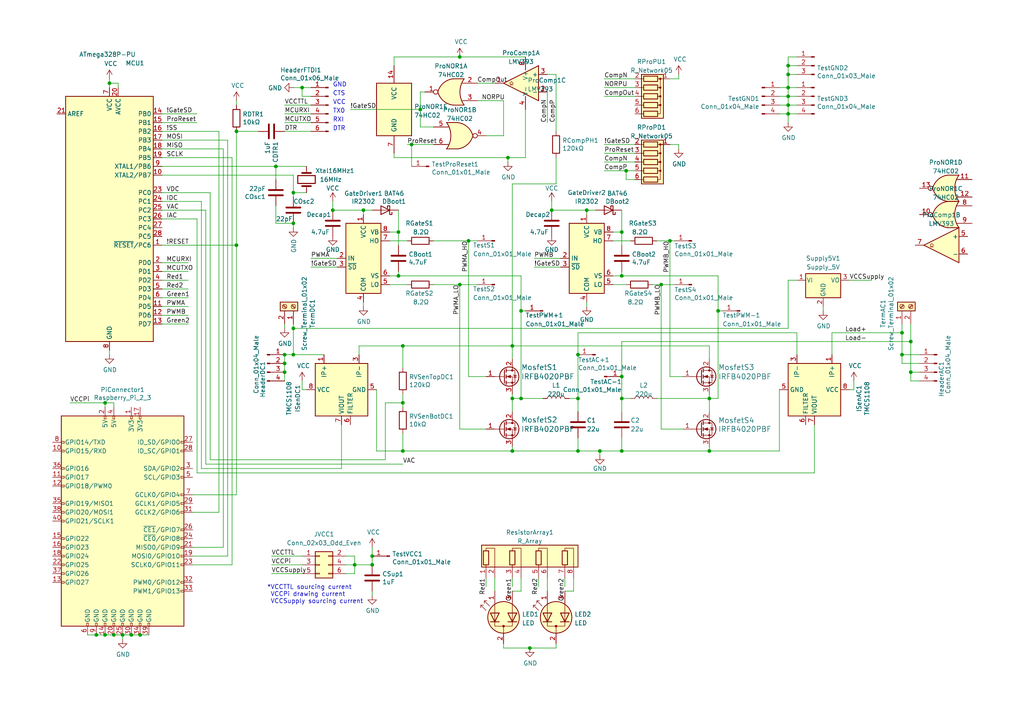
<source format=kicad_sch>
(kicad_sch (version 20230121) (generator eeschema)
  (paper "A4")
  (title_block (title "AtInverter") (rev "1"))
  (lib_symbols
    (symbol "74xx:74HC02" (pin_names (offset 1.016))
      (property "Reference" "U" (at 0 1.27 0))
      (property "Value" "74HC02" (at 0 -1.27 0))
      (symbol "74HC02_1_1"
        (pin output inverted (at 7.62 0 180) (length 3.81) (name "~") (number "1"))
        (pin input line (at -7.62 2.54 0) (length 4.318) (name "~") (number "2"))
        (pin input line (at -7.62 -2.54 0) (length 4.318) (name "~") (number "3"))
      )
      (symbol "74HC02_1_2"
        (pin output line (at 7.62 0 180) (length 3.81) (name "~") (number "1"))
        (pin input inverted (at -7.62 2.54 0) (length 3.81) (name "~") (number "2"))
        (pin input inverted (at -7.62 -2.54 0) (length 3.81) (name "~") (number "3"))
      )
      (symbol "74HC02_2_1"
        (pin output inverted (at 7.62 0 180) (length 3.81) (name "~") (number "4"))
        (pin input line (at -7.62 2.54 0) (length 4.318) (name "~") (number "5"))
        (pin input line (at -7.62 -2.54 0) (length 4.318) (name "~") (number "6"))
      )
      (symbol "74HC02_2_2"
        (pin output line (at 7.62 0 180) (length 3.81) (name "~") (number "4"))
        (pin input inverted (at -7.62 2.54 0) (length 3.81) (name "~") (number "5"))
        (pin input inverted (at -7.62 -2.54 0) (length 3.81) (name "~") (number "6"))
      )
      (symbol "74HC02_3_1"
        (pin output inverted (at 7.62 0 180) (length 3.81) (name "~") (number "10"))
        (pin input line (at -7.62 2.54 0) (length 4.318) (name "~") (number "8"))
        (pin input line (at -7.62 -2.54 0) (length 4.318) (name "~") (number "9"))
      )
      (symbol "74HC02_3_2"
        (pin output line (at 7.62 0 180) (length 3.81) (name "~") (number "10"))
        (pin input inverted (at -7.62 2.54 0) (length 3.81) (name "~") (number "8"))
        (pin input inverted (at -7.62 -2.54 0) (length 3.81) (name "~") (number "9"))
      )
      (symbol "74HC02_4_1"
        (pin input line (at -7.62 2.54 0) (length 4.318) (name "~") (number "11"))
        (pin input line (at -7.62 -2.54 0) (length 4.318) (name "~") (number "12"))
        (pin output inverted (at 7.62 0 180) (length 3.81) (name "~") (number "13"))
      )
      (symbol "74HC02_4_2"
        (pin input inverted (at -7.62 2.54 0) (length 3.81) (name "~") (number "11"))
        (pin input inverted (at -7.62 -2.54 0) (length 3.81) (name "~") (number "12"))
        (pin output line (at 7.62 0 180) (length 3.81) (name "~") (number "13"))
      )
      (symbol "74HC02_5_0"
        (pin power_in line (at 0 12.7 270) (length 5.08) (name "VCC") (number "14"))
        (pin power_in line (at 0 -12.7 90) (length 5.08) (name "GND") (number "7"))
      )
    )
    (symbol "Comparator:LMV393" (pin_names (offset 0.127))
      (property "Reference" "U" (at 3.81 3.81 0))
      (property "Value" "LMV393" (at 6.35 -3.81 0))
      (symbol "LMV393_1_1"
        (pin open_collector line (at 7.62 0 180) (length 2.54) (name "~") (number "1"))
        (pin input line (at -7.62 -2.54 0) (length 2.54) (name "-") (number "2"))
        (pin input line (at -7.62 2.54 0) (length 2.54) (name "+") (number "3"))
      )
      (symbol "LMV393_2_1"
        (pin input line (at -7.62 2.54 0) (length 2.54) (name "+") (number "5"))
        (pin input line (at -7.62 -2.54 0) (length 2.54) (name "-") (number "6"))
        (pin open_collector line (at 7.62 0 180) (length 2.54) (name "~") (number "7"))
      )
      (symbol "LMV393_3_1"
        (pin power_in line (at -2.54 -7.62 90) (length 3.81) (name "V-") (number "4"))
        (pin power_in line (at -2.54 7.62 270) (length 3.81) (name "V+") (number "8"))
      )
    )
    (symbol "Connector:Conn_01x01_Male" (pin_names (offset 1.016) hide)
      (property "Reference" "J" (at 0 2.54 0))
      (property "Value" "Conn_01x01_Male" (at 0 -2.54 0))
      (symbol "Conn_01x01_Male_1_1"
        (pin passive line (at 5.08 0 180) (length 3.81) (name "Pin_1") (number "1"))
      )
    )
    (symbol "Connector:Conn_01x03_Male" (pin_names (offset 1.016) hide)
      (property "Reference" "J" (at 0 5.08 0))
      (property "Value" "Conn_01x03_Male" (at 0 -5.08 0))
      (symbol "Conn_01x03_Male_1_1"
        (pin passive line (at 5.08 2.54 180) (length 3.81) (name "Pin_1") (number "1"))
        (pin passive line (at 5.08 0 180) (length 3.81) (name "Pin_2") (number "2"))
        (pin passive line (at 5.08 -2.54 180) (length 3.81) (name "Pin_3") (number "3"))
      )
    )
    (symbol "Connector:Conn_01x04_Male" (pin_names (offset 1.016) hide)
      (property "Reference" "J" (at 0 5.08 0))
      (property "Value" "Conn_01x04_Male" (at 0 -7.62 0))
      (symbol "Conn_01x04_Male_1_1"
        (pin passive line (at 5.08 2.54 180) (length 3.81) (name "Pin_1") (number "1"))
        (pin passive line (at 5.08 0 180) (length 3.81) (name "Pin_2") (number "2"))
        (pin passive line (at 5.08 -2.54 180) (length 3.81) (name "Pin_3") (number "3"))
        (pin passive line (at 5.08 -5.08 180) (length 3.81) (name "Pin_4") (number "4"))
      )
    )
    (symbol "Connector:Conn_01x06_Male" (pin_names (offset 1.016) hide)
      (property "Reference" "J" (at 0 7.62 0))
      (property "Value" "Conn_01x06_Male" (at 0 -10.16 0))
      (symbol "Conn_01x06_Male_1_1"
        (pin passive line (at 5.08 5.08 180) (length 3.81) (name "Pin_1") (number "1"))
        (pin passive line (at 5.08 2.54 180) (length 3.81) (name "Pin_2") (number "2"))
        (pin passive line (at 5.08 0 180) (length 3.81) (name "Pin_3") (number "3"))
        (pin passive line (at 5.08 -2.54 180) (length 3.81) (name "Pin_4") (number "4"))
        (pin passive line (at 5.08 -5.08 180) (length 3.81) (name "Pin_5") (number "5"))
        (pin passive line (at 5.08 -7.62 180) (length 3.81) (name "Pin_6") (number "6"))
      )
    )
    (symbol "Connector:Raspberry_Pi_2_3" (pin_names (offset 1.016))
      (property "Reference" "J" (at -17.78 31.75 0))
      (property "Value" "Raspberry_Pi_2_3" (at 10.16 -31.75 0))
      (symbol "Raspberry_Pi_2_3_1_1"
        (pin power_in line (at 2.54 33.02 270) (length 2.54) (name "3V3") (number "1"))
        (pin bidirectional line (at -20.32 20.32 0) (length 2.54) (name "GPIO15/RXD") (number "10"))
        (pin bidirectional line (at -20.32 12.7 0) (length 2.54) (name "GPIO17") (number "11"))
        (pin bidirectional line (at -20.32 10.16 0) (length 2.54) (name "GPIO18/PWM0") (number "12"))
        (pin bidirectional line (at -20.32 -17.78 0) (length 2.54) (name "GPIO27") (number "13"))
        (pin power_in line (at -5.08 -33.02 90) (length 2.54) (name "GND") (number "14"))
        (pin bidirectional line (at -20.32 -5.08 0) (length 2.54) (name "GPIO22") (number "15"))
        (pin bidirectional line (at -20.32 -7.62 0) (length 2.54) (name "GPIO23") (number "16"))
        (pin power_in line (at 5.08 33.02 270) (length 2.54) (name "3V3") (number "17"))
        (pin bidirectional line (at -20.32 -10.16 0) (length 2.54) (name "GPIO24") (number "18"))
        (pin bidirectional line (at 20.32 -10.16 180) (length 2.54) (name "MOSI0/GPIO10") (number "19"))
        (pin power_in line (at -5.08 33.02 270) (length 2.54) (name "5V") (number "2"))
        (pin power_in line (at -2.54 -33.02 90) (length 2.54) (name "GND") (number "20"))
        (pin bidirectional line (at 20.32 -7.62 180) (length 2.54) (name "MISO0/GPIO9") (number "21"))
        (pin bidirectional line (at -20.32 -12.7 0) (length 2.54) (name "GPIO25") (number "22"))
        (pin bidirectional line (at 20.32 -12.7 180) (length 2.54) (name "SCLK0/GPIO11") (number "23"))
        (pin bidirectional line (at 20.32 -5.08 180) (length 2.54) (name "~{CE0}/GPIO8") (number "24"))
        (pin power_in line (at 0 -33.02 90) (length 2.54) (name "GND") (number "25"))
        (pin bidirectional line (at 20.32 -2.54 180) (length 2.54) (name "~{CE1}/GPIO7") (number "26"))
        (pin bidirectional line (at 20.32 22.86 180) (length 2.54) (name "ID_SD/GPIO0") (number "27"))
        (pin bidirectional line (at 20.32 20.32 180) (length 2.54) (name "ID_SC/GPIO1") (number "28"))
        (pin bidirectional line (at 20.32 5.08 180) (length 2.54) (name "GCLK1/GPIO5") (number "29"))
        (pin bidirectional line (at 20.32 15.24 180) (length 2.54) (name "SDA/GPIO2") (number "3"))
        (pin power_in line (at 2.54 -33.02 90) (length 2.54) (name "GND") (number "30"))
        (pin bidirectional line (at 20.32 2.54 180) (length 2.54) (name "GCLK2/GPIO6") (number "31"))
        (pin bidirectional line (at 20.32 -17.78 180) (length 2.54) (name "PWM0/GPIO12") (number "32"))
        (pin bidirectional line (at 20.32 -20.32 180) (length 2.54) (name "PWM1/GPIO13") (number "33"))
        (pin power_in line (at 5.08 -33.02 90) (length 2.54) (name "GND") (number "34"))
        (pin bidirectional line (at -20.32 5.08 0) (length 2.54) (name "GPIO19/MISO1") (number "35"))
        (pin bidirectional line (at -20.32 15.24 0) (length 2.54) (name "GPIO16") (number "36"))
        (pin bidirectional line (at -20.32 -15.24 0) (length 2.54) (name "GPIO26") (number "37"))
        (pin bidirectional line (at -20.32 2.54 0) (length 2.54) (name "GPIO20/MOSI1") (number "38"))
        (pin power_in line (at 7.62 -33.02 90) (length 2.54) (name "GND") (number "39"))
        (pin power_in line (at -2.54 33.02 270) (length 2.54) (name "5V") (number "4"))
        (pin bidirectional line (at -20.32 0 0) (length 2.54) (name "GPIO21/SCLK1") (number "40"))
        (pin bidirectional line (at 20.32 12.7 180) (length 2.54) (name "SCL/GPIO3") (number "5"))
        (pin power_in line (at -10.16 -33.02 90) (length 2.54) (name "GND") (number "6"))
        (pin bidirectional line (at 20.32 7.62 180) (length 2.54) (name "GCLK0/GPIO4") (number "7"))
        (pin bidirectional line (at -20.32 22.86 0) (length 2.54) (name "GPIO14/TXD") (number "8"))
        (pin power_in line (at -7.62 -33.02 90) (length 2.54) (name "GND") (number "9"))
      )
    )
    (symbol "Connector:Screw_Terminal_01x02" (pin_names (offset 1.016) hide)
      (property "Reference" "J" (at 0 2.54 0))
      (property "Value" "Screw_Terminal_01x02" (at 0 -5.08 0))
      (symbol "Screw_Terminal_01x02_1_1"
        (pin passive line (at -5.08 0 0) (length 3.81) (name "Pin_1") (number "1"))
        (pin passive line (at -5.08 -2.54 0) (length 3.81) (name "Pin_2") (number "2"))
      )
    )
    (symbol "Connector_Generic:Conn_02x03_Odd_Even" (pin_names (offset 1.016) hide)
      (property "Reference" "J" (at 1.27 5.08 0))
      (property "Value" "Conn_02x03_Odd_Even" (at 1.27 -5.08 0))
      (symbol "Conn_02x03_Odd_Even_1_1"
        (pin passive line (at -5.08 2.54 0) (length 3.81) (name "Pin_1") (number "1"))
        (pin passive line (at 7.62 2.54 180) (length 3.81) (name "Pin_2") (number "2"))
        (pin passive line (at -5.08 0 0) (length 3.81) (name "Pin_3") (number "3"))
        (pin passive line (at 7.62 0 180) (length 3.81) (name "Pin_4") (number "4"))
        (pin passive line (at -5.08 -2.54 0) (length 3.81) (name "Pin_5") (number "5"))
        (pin passive line (at 7.62 -2.54 180) (length 3.81) (name "Pin_6") (number "6"))
      )
    )
    (symbol "Device:C" (pin_numbers hide) (pin_names (offset 0.254))
      (property "Reference" "C" (at 0.635 2.54 0))
      (property "Value" "C" (at 0.635 -2.54 0))
      (symbol "C_1_1"
        (pin passive line (at 0 3.81 270) (length 2.794) (name "~") (number "1"))
        (pin passive line (at 0 -3.81 90) (length 2.794) (name "~") (number "2"))
      )
    )
    (symbol "Device:Crystal" (pin_numbers hide) (pin_names (offset 1.016) hide)
      (property "Reference" "Y" (at 0 3.81 0))
      (property "Value" "Crystal" (at 0 -3.81 0))
      (symbol "Crystal_1_1"
        (pin passive line (at -3.81 0 0) (length 1.27) (name "1") (number "1"))
        (pin passive line (at 3.81 0 180) (length 1.27) (name "2") (number "2"))
      )
    )
    (symbol "Device:L" (pin_numbers hide) (pin_names (offset 1.016) hide)
      (property "Reference" "L" (at -1.27 0 90))
      (property "Value" "L" (at 1.905 0 90))
      (symbol "L_1_1"
        (pin passive line (at 0 3.81 270) (length 1.27) (name "1") (number "1"))
        (pin passive line (at 0 -3.81 90) (length 1.27) (name "2") (number "2"))
      )
    )
    (symbol "Device:LED_Dual_AKA" (pin_names (offset 0) hide)
      (property "Reference" "D" (at 0 5.715 0))
      (property "Value" "LED_Dual_AKA" (at 0 -6.35 0))
      (symbol "LED_Dual_AKA_1_1"
        (pin input line (at 7.62 2.54 180) (length 3.81) (name "A1") (number "1"))
        (pin input line (at -7.62 0 0) (length 3.048) (name "K") (number "2"))
        (pin input line (at 7.62 -2.54 180) (length 3.81) (name "A2") (number "3"))
      )
    )
    (symbol "Device:R" (pin_numbers hide) (pin_names (offset 0))
      (property "Reference" "R" (at 2.032 0 90))
      (property "Value" "R" (at 0 0 90))
      (symbol "R_1_1"
        (pin passive line (at 0 3.81 270) (length 1.27) (name "~") (number "1"))
        (pin passive line (at 0 -3.81 90) (length 1.27) (name "~") (number "2"))
      )
    )
    (symbol "Device:R_Network05" (pin_names (offset 0) hide)
      (property "Reference" "RN" (at -7.62 0 90))
      (property "Value" "R_Network05" (at 7.62 0 90))
      (symbol "R_Network05_1_1"
        (pin passive line (at -5.08 5.08 270) (length 2.54) (name "common") (number "1"))
        (pin passive line (at -5.08 -5.08 90) (length 1.27) (name "R1") (number "2"))
        (pin passive line (at -2.54 -5.08 90) (length 1.27) (name "R2") (number "3"))
        (pin passive line (at 0 -5.08 90) (length 1.27) (name "R3") (number "4"))
        (pin passive line (at 2.54 -5.08 90) (length 1.27) (name "R4") (number "5"))
        (pin passive line (at 5.08 -5.08 90) (length 1.27) (name "R5") (number "6"))
      )
    )
    (symbol "Device:R_Pack04_SIP" (pin_names (offset 0) hide)
      (property "Reference" "RN" (at -15.24 0 90))
      (property "Value" "R_Pack04_SIP" (at 15.24 0 90))
      (symbol "R_Pack04_SIP_1_1"
        (pin passive line (at -12.7 -5.08 90) (length 3.81) (name "R1.1") (number "1"))
        (pin passive line (at -10.16 -5.08 90) (length 3.81) (name "R1.2") (number "2"))
        (pin passive line (at -5.08 -5.08 90) (length 3.81) (name "R2.1") (number "3"))
        (pin passive line (at -2.54 -5.08 90) (length 3.81) (name "R2.2") (number "4"))
        (pin passive line (at 2.54 -5.08 90) (length 3.81) (name "R3.1") (number "5"))
        (pin passive line (at 5.08 -5.08 90) (length 3.81) (name "R3.2") (number "6"))
        (pin passive line (at 10.16 -5.08 90) (length 3.81) (name "R4.1") (number "7"))
        (pin passive line (at 12.7 -5.08 90) (length 3.81) (name "R4.2") (number "8"))
      )
    )
    (symbol "Diode:BAT46" (pin_numbers hide) (pin_names (offset 1.016) hide)
      (property "Reference" "D" (at 0 2.54 0))
      (property "Value" "BAT46" (at 0 -2.54 0))
      (symbol "BAT46_1_1"
        (pin passive line (at -3.81 0 0) (length 2.54) (name "K") (number "1"))
        (pin passive line (at 3.81 0 180) (length 2.54) (name "A") (number "2"))
      )
    )
    (symbol "Driver_FET:IR2302"
      (property "Reference" "U" (at 1.27 13.335 0))
      (property "Value" "IR2302" (at 1.27 11.43 0))
      (symbol "IR2302_1_1"
        (pin power_in line (at 0 12.7 270) (length 2.54) (name "VCC") (number "1"))
        (pin input line (at -7.62 0 0) (length 2.54) (name "IN") (number "2"))
        (pin input line (at -7.62 -2.54 0) (length 2.54) (name "~{SD}") (number "3"))
        (pin power_in line (at 0 -12.7 90) (length 2.54) (name "COM") (number "4"))
        (pin output line (at 7.62 -7.62 180) (length 2.54) (name "LO") (number "5"))
        (pin passive line (at 7.62 -5.08 180) (length 2.54) (name "VS") (number "6"))
        (pin output line (at 7.62 5.08 180) (length 2.54) (name "HO") (number "7"))
        (pin passive line (at 7.62 7.62 180) (length 2.54) (name "VB") (number "8"))
      )
    )
    (symbol "MCU_Microchip_ATmega:ATmega328P-P"
      (property "Reference" "U" (at -12.7 36.83 0))
      (property "Value" "ATmega328P-P" (at 2.54 -36.83 0))
      (symbol "ATmega328P-P_1_1"
        (pin bidirectional line (at 15.24 -7.62 180) (length 2.54) (name "~{RESET}/PC6") (number "1"))
        (pin bidirectional line (at 15.24 12.7 180) (length 2.54) (name "XTAL2/PB7") (number "10"))
        (pin bidirectional line (at 15.24 -25.4 180) (length 2.54) (name "PD5") (number "11"))
        (pin bidirectional line (at 15.24 -27.94 180) (length 2.54) (name "PD6") (number "12"))
        (pin bidirectional line (at 15.24 -30.48 180) (length 2.54) (name "PD7") (number "13"))
        (pin bidirectional line (at 15.24 30.48 180) (length 2.54) (name "PB0") (number "14"))
        (pin bidirectional line (at 15.24 27.94 180) (length 2.54) (name "PB1") (number "15"))
        (pin bidirectional line (at 15.24 25.4 180) (length 2.54) (name "PB2") (number "16"))
        (pin bidirectional line (at 15.24 22.86 180) (length 2.54) (name "PB3") (number "17"))
        (pin bidirectional line (at 15.24 20.32 180) (length 2.54) (name "PB4") (number "18"))
        (pin bidirectional line (at 15.24 17.78 180) (length 2.54) (name "PB5") (number "19"))
        (pin bidirectional line (at 15.24 -12.7 180) (length 2.54) (name "PD0") (number "2"))
        (pin power_in line (at 2.54 38.1 270) (length 2.54) (name "AVCC") (number "20"))
        (pin passive line (at -15.24 30.48 0) (length 2.54) (name "AREF") (number "21"))
        (pin passive line (at 0 -38.1 90) (length 2.54) hide (name "GND") (number "22"))
        (pin bidirectional line (at 15.24 7.62 180) (length 2.54) (name "PC0") (number "23"))
        (pin bidirectional line (at 15.24 5.08 180) (length 2.54) (name "PC1") (number "24"))
        (pin bidirectional line (at 15.24 2.54 180) (length 2.54) (name "PC2") (number "25"))
        (pin bidirectional line (at 15.24 0 180) (length 2.54) (name "PC3") (number "26"))
        (pin bidirectional line (at 15.24 -2.54 180) (length 2.54) (name "PC4") (number "27"))
        (pin bidirectional line (at 15.24 -5.08 180) (length 2.54) (name "PC5") (number "28"))
        (pin bidirectional line (at 15.24 -15.24 180) (length 2.54) (name "PD1") (number "3"))
        (pin bidirectional line (at 15.24 -17.78 180) (length 2.54) (name "PD2") (number "4"))
        (pin bidirectional line (at 15.24 -20.32 180) (length 2.54) (name "PD3") (number "5"))
        (pin bidirectional line (at 15.24 -22.86 180) (length 2.54) (name "PD4") (number "6"))
        (pin power_in line (at 0 38.1 270) (length 2.54) (name "VCC") (number "7"))
        (pin power_in line (at 0 -38.1 90) (length 2.54) (name "GND") (number "8"))
        (pin bidirectional line (at 15.24 15.24 180) (length 2.54) (name "XTAL1/PB6") (number "9"))
      )
    )
    (symbol "Regulator_Linear:LM7805_TO220" (pin_names (offset 0.254))
      (property "Reference" "U" (at -3.81 3.175 0))
      (property "Value" "LM7805_TO220" (at 0 3.175 0))
      (symbol "LM7805_TO220_1_1"
        (pin power_in line (at -7.62 0 0) (length 2.54) (name "VI") (number "1"))
        (pin power_in line (at 0 -7.62 90) (length 2.54) (name "GND") (number "2"))
        (pin power_out line (at 7.62 0 180) (length 2.54) (name "VO") (number "3"))
      )
    )
    (symbol "Sensor_Current:ACS724xLCTR-10AB"
      (property "Reference" "U" (at 2.54 11.43 0))
      (property "Value" "ACS724xLCTR-10AB" (at 2.54 8.89 0))
      (symbol "ACS724xLCTR-10AB_1_1"
        (pin passive line (at -10.16 5.08 0) (length 2.54) (name "IP+") (number "1"))
        (pin passive line (at -10.16 5.08 0) (length 2.54) hide (name "IP+") (number "2"))
        (pin passive line (at -10.16 -5.08 0) (length 2.54) (name "IP-") (number "3"))
        (pin passive line (at -10.16 -5.08 0) (length 2.54) hide (name "IP-") (number "4"))
        (pin power_in line (at 0 -10.16 90) (length 2.54) (name "GND") (number "5"))
        (pin passive line (at 10.16 -2.54 180) (length 2.54) (name "FILTER") (number "6"))
        (pin output line (at 10.16 0 180) (length 2.54) (name "VIOUT") (number "7"))
        (pin power_in line (at 0 10.16 270) (length 2.54) (name "VCC") (number "8"))
      )
    )
    (symbol "Transistor_FET:IRF540N" (pin_names hide)
      (property "Reference" "Q" (at 6.35 1.905 0))
      (property "Value" "IRF540N" (at 6.35 0 0))
      (symbol "IRF540N_1_1"
        (pin input line (at -5.08 0 0) (length 2.54) (name "G") (number "1"))
        (pin passive line (at 2.54 5.08 270) (length 2.54) (name "D") (number "2"))
        (pin passive line (at 2.54 -5.08 90) (length 2.54) (name "S") (number "3"))
      )
    )
    (symbol "power:GND" (power) (pin_names (offset 0))
      (property "Value" "GND" (at 0 -3.81 0))
      (symbol "GND_1_1"
        (pin power_in line (at 0 0 270) (length 0) hide (name "GND") (number "1"))
      )
    )
    (symbol "power:VCC" (power) (pin_names (offset 0))
      (property "Value" "VCC" (at 0 3.81 0))
      (symbol "VCC_1_1"
        (pin power_in line (at 0 0 90) (length 0) hide (name "VCC") (number "1"))
      )
    )
  )
  (junction (at 96.52 60.96))
  (junction (at 85.09 102.87))
  (junction (at 153.67 187.96))
  (junction (at 181.61 49.53))
  (junction (at 191.77 82.55))
  (junction (at 116.84 100.33))
  (junction (at 180.34 80.01))
  (junction (at 133.35 16.51))
  (junction (at 68.58 71.12))
  (junction (at 105.41 60.96))
  (junction (at 116.84 116.84))
  (junction (at 264.16 107.95))
  (junction (at 228.6 19.05))
  (junction (at 82.55 105.41))
  (junction (at 119.38 41.91))
  (junction (at 228.6 33.02))
  (junction (at 208.28 90.17))
  (junction (at 135.89 69.85))
  (junction (at 85.09 95.25))
  (junction (at 38.1 184.15))
  (junction (at 148.59 130.81))
  (junction (at 107.95 161.29))
  (junction (at 85.09 55.88))
  (junction (at 151.13 115.57))
  (junction (at 173.99 130.81))
  (junction (at 151.13 90.17))
  (junction (at 115.57 67.31))
  (junction (at 167.64 102.87))
  (junction (at 33.02 184.15))
  (junction (at 107.95 163.83))
  (junction (at 102.87 163.83))
  (junction (at 82.55 102.87))
  (junction (at 133.35 82.55))
  (junction (at 228.6 30.48))
  (junction (at 121.92 31.75))
  (junction (at 85.09 64.77))
  (junction (at 228.6 25.4))
  (junction (at 160.02 60.96))
  (junction (at 180.34 130.81))
  (junction (at 80.01 48.26))
  (junction (at 148.59 100.33))
  (junction (at 116.84 130.81))
  (junction (at 205.74 115.57))
  (junction (at 30.48 184.15))
  (junction (at 264.16 99.06))
  (junction (at 228.6 21.59))
  (junction (at 261.62 102.87))
  (junction (at 87.63 25.4))
  (junction (at 115.57 80.01))
  (junction (at 205.74 130.81))
  (junction (at 68.58 38.1))
  (junction (at 180.34 67.31))
  (junction (at 180.34 115.57))
  (junction (at 170.18 60.96))
  (junction (at 167.64 115.57))
  (junction (at 261.62 96.52))
  (junction (at 31.75 24.13))
  (junction (at 35.56 184.15))
  (junction (at 180.34 109.22))
  (junction (at 27.94 184.15))
  (junction (at 30.48 116.84))
  (junction (at 148.59 115.57))
  (junction (at 147.32 45.72))
  (junction (at 167.64 130.81))
  (junction (at 82.55 107.95))
  (junction (at 194.31 69.85))
  (junction (at 228.6 27.94))
  (junction (at 40.64 184.15))
  (wire (pts (xy 184.15 52.07) (xy 181.61 52.07)))
  (wire (pts (xy 148.59 53.34) (xy 148.59 100.33)))
  (wire (pts (xy 226.06 113.03) (xy 226.06 130.81)))
  (wire (pts (xy 173.99 130.81) (xy 173.99 132.08)))
  (wire (pts (xy 228.6 27.94) (xy 231.14 27.94)))
  (wire (pts (xy 228.6 21.59) (xy 228.6 25.4)))
  (wire (pts (xy 85.09 50.8) (xy 85.09 55.88)))
  (wire (pts (xy 135.89 69.85) (xy 135.89 109.22)))
  (wire (pts (xy 60.96 55.88) (xy 46.99 55.88)))
  (wire (pts (xy 78.74 163.83) (xy 87.63 163.83)))
  (wire (pts (xy 82.55 35.56) (xy 90.17 35.56)))
  (wire (pts (xy 82.55 38.1) (xy 90.17 38.1)))
  (wire (pts (xy 116.84 100.33) (xy 148.59 100.33)))
  (wire (pts (xy 80.01 48.26) (xy 80.01 52.07)))
  (wire (pts (xy 34.29 25.4) (xy 34.29 24.13)))
  (wire (pts (xy 156.21 167.64) (xy 156.21 170.18)))
  (wire (pts (xy 55.88 148.59) (xy 63.5 148.59)))
  (wire (pts (xy 181.61 49.53) (xy 181.61 52.07)))
  (wire (pts (xy 264.16 107.95) (xy 264.16 110.49)))
  (wire (pts (xy 85.09 93.98) (xy 85.09 95.25)))
  (wire (pts (xy 175.26 46.99) (xy 184.15 46.99)))
  (wire (pts (xy 68.58 29.21) (xy 68.58 30.48)))
  (wire (pts (xy 208.28 115.57) (xy 205.74 115.57)))
  (wire (pts (xy 114.3 45.72) (xy 147.32 45.72)))
  (wire (pts (xy 102.87 163.83) (xy 107.95 163.83)))
  (wire (pts (xy 30.48 116.84) (xy 30.48 118.11)))
  (wire (pts (xy 31.75 102.87) (xy 31.75 101.6)))
  (wire (pts (xy 167.64 127) (xy 167.64 130.81)))
  (wire (pts (xy 58.42 135.89) (xy 99.06 135.89)))
  (wire (pts (xy 175.26 22.86) (xy 184.15 22.86)))
  (wire (pts (xy 46.99 93.98) (xy 54.61 93.98)))
  (wire (pts (xy 64.77 43.18) (xy 46.99 43.18)))
  (wire (pts (xy 228.6 33.02) (xy 231.14 33.02)))
  (wire (pts (xy 46.99 50.8) (xy 85.09 50.8)))
  (wire (pts (xy 90.17 27.94) (xy 87.63 27.94)))
  (wire (pts (xy 119.38 41.91) (xy 119.38 48.26)))
  (wire (pts (xy 195.58 69.85) (xy 194.31 69.85)))
  (wire (pts (xy 133.35 82.55) (xy 138.43 82.55)))
  (wire (pts (xy 231.14 16.51) (xy 228.6 16.51)))
  (wire (pts (xy 46.99 91.44) (xy 54.61 91.44)))
  (wire (pts (xy 148.59 129.54) (xy 148.59 130.81)))
  (wire (pts (xy 161.29 186.69) (xy 161.29 187.96)))
  (wire (pts (xy 27.94 184.15) (xy 30.48 184.15)))
  (wire (pts (xy 208.28 90.17) (xy 208.28 115.57)))
  (wire (pts (xy 107.95 171.45) (xy 107.95 172.72)))
  (wire (pts (xy 261.62 96.52) (xy 241.3 96.52)))
  (wire (pts (xy 208.28 90.17) (xy 209.55 90.17)))
  (wire (pts (xy 175.26 44.45) (xy 184.15 44.45)))
  (wire (pts (xy 228.6 81.28) (xy 228.6 95.25)))
  (wire (pts (xy 151.13 80.01) (xy 151.13 90.17)))
  (wire (pts (xy 114.3 16.51) (xy 133.35 16.51)))
  (wire (pts (xy 191.77 82.55) (xy 195.58 82.55)))
  (wire (pts (xy 46.99 71.12) (xy 68.58 71.12)))
  (wire (pts (xy 34.29 24.13) (xy 31.75 24.13)))
  (wire (pts (xy 115.57 67.31) (xy 115.57 60.96)))
  (wire (pts (xy 177.8 67.31) (xy 180.34 67.31)))
  (wire (pts (xy 87.63 113.03) (xy 88.9 113.03)))
  (wire (pts (xy 180.34 67.31) (xy 180.34 60.96)))
  (wire (pts (xy 175.26 27.94) (xy 184.15 27.94)))
  (wire (pts (xy 99.06 123.19) (xy 99.06 135.89)))
  (wire (pts (xy 151.13 167.64) (xy 151.13 171.45)))
  (wire (pts (xy 46.99 88.9) (xy 54.61 88.9)))
  (wire (pts (xy 82.55 102.87) (xy 85.09 102.87)))
  (wire (pts (xy 247.65 113.03) (xy 246.38 113.03)))
  (wire (pts (xy 80.01 48.26) (xy 88.9 48.26)))
  (wire (pts (xy 82.55 33.02) (xy 90.17 33.02)))
  (wire (pts (xy 154.94 77.47) (xy 162.56 77.47)))
  (wire (pts (xy 264.16 110.49) (xy 266.7 110.49)))
  (wire (pts (xy 205.74 114.3) (xy 205.74 115.57)))
  (wire (pts (xy 125.73 69.85) (xy 135.89 69.85)))
  (wire (pts (xy 111.76 116.84) (xy 116.84 116.84)))
  (wire (pts (xy 158.75 21.59) (xy 161.29 21.59)))
  (wire (pts (xy 105.41 60.96) (xy 107.95 60.96)))
  (wire (pts (xy 118.11 41.91) (xy 119.38 41.91)))
  (wire (pts (xy 261.62 96.52) (xy 261.62 102.87)))
  (wire (pts (xy 55.88 163.83) (xy 67.31 163.83)))
  (wire (pts (xy 113.03 69.85) (xy 118.11 69.85)))
  (wire (pts (xy 228.6 25.4) (xy 228.6 27.94)))
  (wire (pts (xy 177.8 69.85) (xy 182.88 69.85)))
  (wire (pts (xy 85.09 55.88) (xy 88.9 55.88)))
  (wire (pts (xy 167.64 130.81) (xy 173.99 130.81)))
  (wire (pts (xy 191.77 82.55) (xy 191.77 124.46)))
  (wire (pts (xy 119.38 41.91) (xy 125.73 41.91)))
  (wire (pts (xy 80.01 64.77) (xy 85.09 64.77)))
  (wire (pts (xy 102.87 163.83) (xy 102.87 166.37)))
  (wire (pts (xy 189.23 82.55) (xy 191.77 82.55)))
  (wire (pts (xy 105.41 60.96) (xy 105.41 62.23)))
  (wire (pts (xy 105.41 88.9) (xy 105.41 87.63)))
  (wire (pts (xy 58.42 58.42) (xy 58.42 135.89)))
  (wire (pts (xy 107.95 161.29) (xy 107.95 158.75)))
  (wire (pts (xy 85.09 55.88) (xy 85.09 57.15)))
  (wire (pts (xy 133.35 82.55) (xy 133.35 124.46)))
  (wire (pts (xy 238.76 88.9) (xy 238.76 90.17)))
  (wire (pts (xy 228.6 30.48) (xy 228.6 33.02)))
  (wire (pts (xy 151.13 171.45) (xy 148.59 171.45)))
  (wire (pts (xy 31.75 24.13) (xy 31.75 25.4)))
  (wire (pts (xy 264.16 93.98) (xy 264.16 99.06)))
  (wire (pts (xy 66.04 161.29) (xy 66.04 40.64)))
  (wire (pts (xy 226.06 25.4) (xy 228.6 25.4)))
  (wire (pts (xy 104.14 100.33) (xy 116.84 100.33)))
  (wire (pts (xy 151.13 90.17) (xy 151.13 115.57)))
  (wire (pts (xy 205.74 129.54) (xy 205.74 130.81)))
  (wire (pts (xy 170.18 88.9) (xy 170.18 87.63)))
  (wire (pts (xy 85.09 95.25) (xy 85.09 102.87)))
  (wire (pts (xy 25.4 184.15) (xy 27.94 184.15)))
  (wire (pts (xy 261.62 102.87) (xy 266.7 102.87)))
  (wire (pts (xy 113.03 67.31) (xy 115.57 67.31)))
  (wire (pts (xy 205.74 130.81) (xy 226.06 130.81)))
  (wire (pts (xy 109.22 113.03) (xy 109.22 130.81)))
  (wire (pts (xy 90.17 30.48) (xy 82.55 30.48)))
  (wire (pts (xy 180.34 130.81) (xy 205.74 130.81)))
  (wire (pts (xy 148.59 100.33) (xy 148.59 104.14)))
  (wire (pts (xy 167.64 96.52) (xy 231.14 96.52)))
  (wire (pts (xy 82.55 102.87) (xy 82.55 105.41)))
  (wire (pts (xy 35.56 184.15) (xy 38.1 184.15)))
  (wire (pts (xy 181.61 49.53) (xy 184.15 49.53)))
  (wire (pts (xy 148.59 167.64) (xy 148.59 170.18)))
  (wire (pts (xy 226.06 30.48) (xy 228.6 30.48)))
  (wire (pts (xy 228.6 27.94) (xy 228.6 30.48)))
  (wire (pts (xy 31.75 22.86) (xy 31.75 24.13)))
  (wire (pts (xy 114.3 16.51) (xy 114.3 19.05)))
  (wire (pts (xy 46.99 86.36) (xy 54.61 86.36)))
  (wire (pts (xy 96.52 60.96) (xy 105.41 60.96)))
  (wire (pts (xy 55.88 158.75) (xy 64.77 158.75)))
  (wire (pts (xy 60.96 133.35) (xy 60.96 55.88)))
  (wire (pts (xy 228.6 33.02) (xy 228.6 35.56)))
  (wire (pts (xy 231.14 96.52) (xy 231.14 102.87)))
  (wire (pts (xy 40.64 184.15) (xy 43.18 184.15)))
  (wire (pts (xy 264.16 99.06) (xy 264.16 107.95)))
  (wire (pts (xy 241.3 96.52) (xy 241.3 102.87)))
  (wire (pts (xy 194.31 109.22) (xy 198.12 109.22)))
  (wire (pts (xy 148.59 130.81) (xy 167.64 130.81)))
  (wire (pts (xy 152.4 31.75) (xy 152.4 45.72)))
  (wire (pts (xy 135.89 69.85) (xy 138.43 69.85)))
  (wire (pts (xy 180.34 99.06) (xy 180.34 109.22)))
  (wire (pts (xy 46.99 33.02) (xy 57.15 33.02)))
  (wire (pts (xy 90.17 77.47) (xy 97.79 77.47)))
  (wire (pts (xy 68.58 38.1) (xy 68.58 71.12)))
  (wire (pts (xy 152.4 90.17) (xy 151.13 90.17)))
  (wire (pts (xy 90.17 25.4) (xy 87.63 25.4)))
  (wire (pts (xy 87.63 110.49) (xy 87.63 113.03)))
  (wire (pts (xy 194.31 69.85) (xy 194.31 109.22)))
  (wire (pts (xy 116.84 116.84) (xy 116.84 118.11)))
  (wire (pts (xy 116.84 125.73) (xy 116.84 130.81)))
  (wire (pts (xy 115.57 71.12) (xy 115.57 67.31)))
  (wire (pts (xy 173.99 130.81) (xy 180.34 130.81)))
  (wire (pts (xy 46.99 76.2) (xy 54.61 76.2)))
  (wire (pts (xy 104.14 100.33) (xy 104.14 102.87)))
  (wire (pts (xy 116.84 130.81) (xy 148.59 130.81)))
  (wire (pts (xy 116.84 100.33) (xy 116.84 106.68)))
  (wire (pts (xy 64.77 158.75) (xy 64.77 43.18)))
  (wire (pts (xy 60.96 133.35) (xy 111.76 133.35)))
  (wire (pts (xy 228.6 19.05) (xy 231.14 19.05)))
  (wire (pts (xy 113.03 82.55) (xy 118.11 82.55)))
  (wire (pts (xy 146.05 29.21) (xy 146.05 39.37)))
  (wire (pts (xy 96.52 58.42) (xy 96.52 60.96)))
  (wire (pts (xy 264.16 107.95) (xy 266.7 107.95)))
  (wire (pts (xy 82.55 105.41) (xy 82.55 107.95)))
  (wire (pts (xy 158.75 167.64) (xy 158.75 171.45)))
  (wire (pts (xy 115.57 80.01) (xy 151.13 80.01)))
  (wire (pts (xy 68.58 71.12) (xy 68.58 143.51)))
  (wire (pts (xy 180.34 80.01) (xy 208.28 80.01)))
  (wire (pts (xy 66.04 40.64) (xy 46.99 40.64)))
  (wire (pts (xy 160.02 60.96) (xy 170.18 60.96)))
  (wire (pts (xy 161.29 53.34) (xy 148.59 53.34)))
  (wire (pts (xy 261.62 105.41) (xy 266.7 105.41)))
  (wire (pts (xy 175.26 25.4) (xy 184.15 25.4)))
  (wire (pts (xy 82.55 95.25) (xy 82.55 93.98)))
  (wire (pts (xy 67.31 45.72) (xy 46.99 45.72)))
  (wire (pts (xy 190.5 115.57) (xy 205.74 115.57)))
  (wire (pts (xy 123.19 26.67) (xy 121.92 26.67)))
  (wire (pts (xy 87.63 27.94) (xy 87.63 25.4)))
  (wire (pts (xy 236.22 123.19) (xy 236.22 137.16)))
  (wire (pts (xy 196.85 41.91) (xy 194.31 41.91)))
  (wire (pts (xy 175.26 49.53) (xy 181.61 49.53)))
  (wire (pts (xy 46.99 48.26) (xy 80.01 48.26)))
  (wire (pts (xy 46.99 58.42) (xy 58.42 58.42)))
  (wire (pts (xy 261.62 102.87) (xy 261.62 105.41)))
  (wire (pts (xy 82.55 107.95) (xy 82.55 110.49)))
  (wire (pts (xy 180.34 127) (xy 180.34 130.81)))
  (wire (pts (xy 55.88 161.29) (xy 66.04 161.29)))
  (wire (pts (xy 228.6 21.59) (xy 231.14 21.59)))
  (wire (pts (xy 170.18 60.96) (xy 170.18 62.23)))
  (wire (pts (xy 102.87 166.37) (xy 100.33 166.37)))
  (wire (pts (xy 148.59 115.57) (xy 151.13 115.57)))
  (wire (pts (xy 114.3 44.45) (xy 114.3 45.72)))
  (wire (pts (xy 166.37 167.64) (xy 166.37 171.45)))
  (wire (pts (xy 78.74 161.29) (xy 87.63 161.29)))
  (wire (pts (xy 67.31 163.83) (xy 67.31 45.72)))
  (wire (pts (xy 30.48 184.15) (xy 33.02 184.15)))
  (wire (pts (xy 59.69 134.62) (xy 59.69 60.96)))
  (wire (pts (xy 102.87 161.29) (xy 100.33 161.29)))
  (wire (pts (xy 46.99 81.28) (xy 54.61 81.28)))
  (wire (pts (xy 161.29 187.96) (xy 153.67 187.96)))
  (wire (pts (xy 33.02 116.84) (xy 33.02 118.11)))
  (wire (pts (xy 78.74 166.37) (xy 87.63 166.37)))
  (wire (pts (xy 226.06 27.94) (xy 228.6 27.94)))
  (wire (pts (xy 228.6 19.05) (xy 228.6 16.51)))
  (wire (pts (xy 80.01 59.69) (xy 80.01 64.77)))
  (wire (pts (xy 154.94 74.93) (xy 162.56 74.93)))
  (wire (pts (xy 85.09 64.77) (xy 85.09 66.04)))
  (wire (pts (xy 87.63 25.4) (xy 85.09 25.4)))
  (wire (pts (xy 57.15 63.5) (xy 57.15 137.16)))
  (wire (pts (xy 228.6 21.59) (xy 228.6 19.05)))
  (wire (pts (xy 101.6 31.75) (xy 121.92 31.75)))
  (wire (pts (xy 196.85 21.59) (xy 196.85 22.86)))
  (wire (pts (xy 121.92 26.67) (xy 121.92 31.75)))
  (wire (pts (xy 191.77 124.46) (xy 198.12 124.46)))
  (wire (pts (xy 121.92 31.75) (xy 121.92 36.83)))
  (wire (pts (xy 158.75 26.67) (xy 158.75 35.56)))
  (wire (pts (xy 148.59 114.3) (xy 148.59 115.57)))
  (wire (pts (xy 147.32 45.72) (xy 147.32 46.99)))
  (wire (pts (xy 180.34 119.38) (xy 180.34 115.57)))
  (wire (pts (xy 196.85 22.86) (xy 194.31 22.86)))
  (wire (pts (xy 133.35 16.51) (xy 152.4 16.51)))
  (wire (pts (xy 261.62 93.98) (xy 261.62 96.52)))
  (wire (pts (xy 57.15 63.5) (xy 46.99 63.5)))
  (wire (pts (xy 205.74 100.33) (xy 205.74 104.14)))
  (wire (pts (xy 125.73 82.55) (xy 133.35 82.55)))
  (wire (pts (xy 146.05 186.69) (xy 146.05 187.96)))
  (wire (pts (xy 135.89 109.22) (xy 140.97 109.22)))
  (wire (pts (xy 226.06 33.02) (xy 228.6 33.02)))
  (wire (pts (xy 20.32 116.84) (xy 30.48 116.84)))
  (wire (pts (xy 231.14 81.28) (xy 228.6 81.28)))
  (wire (pts (xy 180.34 78.74) (xy 180.34 80.01)))
  (wire (pts (xy 151.13 115.57) (xy 157.48 115.57)))
  (wire (pts (xy 180.34 115.57) (xy 182.88 115.57)))
  (wire (pts (xy 90.17 74.93) (xy 97.79 74.93)))
  (wire (pts (xy 190.5 69.85) (xy 194.31 69.85)))
  (wire (pts (xy 208.28 80.01) (xy 208.28 90.17)))
  (wire (pts (xy 46.99 78.74) (xy 54.61 78.74)))
  (wire (pts (xy 46.99 35.56) (xy 57.15 35.56)))
  (wire (pts (xy 264.16 99.06) (xy 180.34 99.06)))
  (wire (pts (xy 163.83 167.64) (xy 163.83 170.18)))
  (wire (pts (xy 30.48 116.84) (xy 33.02 116.84)))
  (wire (pts (xy 33.02 184.15) (xy 35.56 184.15)))
  (wire (pts (xy 147.32 45.72) (xy 152.4 45.72)))
  (wire (pts (xy 167.64 96.52) (xy 167.64 102.87)))
  (wire (pts (xy 228.6 30.48) (xy 231.14 30.48)))
  (wire (pts (xy 35.56 184.15) (xy 35.56 185.42)))
  (wire (pts (xy 46.99 83.82) (xy 54.61 83.82)))
  (wire (pts (xy 121.92 36.83) (xy 125.73 36.83)))
  (wire (pts (xy 205.74 115.57) (xy 205.74 119.38)))
  (wire (pts (xy 180.34 67.31) (xy 180.34 71.12)))
  (wire (pts (xy 46.99 60.96) (xy 59.69 60.96)))
  (wire (pts (xy 55.88 143.51) (xy 68.58 143.51)))
  (wire (pts (xy 109.22 130.81) (xy 116.84 130.81)))
  (wire (pts (xy 146.05 39.37) (xy 140.97 39.37)))
  (wire (pts (xy 146.05 187.96) (xy 153.67 187.96)))
  (wire (pts (xy 115.57 78.74) (xy 115.57 80.01)))
  (wire (pts (xy 196.85 41.91) (xy 196.85 43.18)))
  (wire (pts (xy 133.35 124.46) (xy 140.97 124.46)))
  (wire (pts (xy 177.8 80.01) (xy 180.34 80.01)))
  (wire (pts (xy 175.26 41.91) (xy 184.15 41.91)))
  (wire (pts (xy 138.43 24.13) (xy 143.51 24.13)))
  (wire (pts (xy 63.5 38.1) (xy 63.5 148.59)))
  (wire (pts (xy 180.34 109.22) (xy 180.34 115.57)))
  (wire (pts (xy 228.6 25.4) (xy 231.14 25.4)))
  (wire (pts (xy 161.29 21.59) (xy 161.29 38.1)))
  (wire (pts (xy 140.97 167.64) (xy 140.97 170.18)))
  (wire (pts (xy 148.59 100.33) (xy 205.74 100.33)))
  (wire (pts (xy 100.33 163.83) (xy 102.87 163.83)))
  (wire (pts (xy 143.51 167.64) (xy 143.51 171.45)))
  (wire (pts (xy 138.43 29.21) (xy 146.05 29.21)))
  (wire (pts (xy 166.37 171.45) (xy 163.83 171.45)))
  (wire (pts (xy 148.59 115.57) (xy 148.59 119.38)))
  (wire (pts (xy 161.29 45.72) (xy 161.29 53.34)))
  (wire (pts (xy 107.95 161.29) (xy 107.95 163.83)))
  (wire (pts (xy 177.8 82.55) (xy 181.61 82.55)))
  (wire (pts (xy 102.87 163.83) (xy 102.87 161.29)))
  (wire (pts (xy 38.1 184.15) (xy 40.64 184.15)))
  (wire (pts (xy 85.09 102.87) (xy 93.98 102.87)))
  (wire (pts (xy 167.64 115.57) (xy 167.64 119.38)))
  (wire (pts (xy 170.18 60.96) (xy 172.72 60.96)))
  (wire (pts (xy 113.03 80.01) (xy 115.57 80.01)))
  (wire (pts (xy 59.69 134.62) (xy 116.84 134.62)))
  (wire (pts (xy 116.84 114.3) (xy 116.84 116.84)))
  (wire (pts (xy 167.64 102.87) (xy 167.64 115.57)))
  (wire (pts (xy 165.1 115.57) (xy 167.64 115.57)))
  (wire (pts (xy 111.76 116.84) (xy 111.76 133.35)))
  (wire (pts (xy 246.38 81.28) (xy 252.73 81.28)))
  (wire (pts (xy 247.65 110.49) (xy 247.65 113.03)))
  (wire (pts (xy 160.02 58.42) (xy 160.02 60.96)))
  (wire (pts (xy 85.09 95.25) (xy 228.6 95.25)))
  (wire (pts (xy 57.15 137.16) (xy 236.22 137.16)))
  (wire (pts (xy 68.58 38.1) (xy 74.93 38.1)))
  (wire (pts (xy 46.99 38.1) (xy 63.5 38.1)))
  (text "RXI" (at 96.52 35.56 0) (effects (font (size 1.27 1.27)) (justify left bottom)))
  (text "GND" (at 96.52 25.4 0) (effects (font (size 1.27 1.27)) (justify left bottom)))
  (text "VCC" (at 96.52 30.48 0) (effects (font (size 1.27 1.27)) (justify left bottom)))
  (text "TX0" (at 96.52 33.02 0) (effects (font (size 1.27 1.27)) (justify left bottom)))
  (text "*VCCTTL sourcing current\n VCCPi drawing current\n VCCSupply sourcing current\n" (at 77.47 175.26 0) (effects (font (size 1.27 1.27)) (justify left bottom)))
  (text "DTR" (at 96.52 38.1 0) (effects (font (size 1.27 1.27)) (justify left bottom)))
  (text "CTS" (at 96.52 27.94 0) (effects (font (size 1.27 1.27)) (justify left bottom)))
  (label "VCCPi" (at 20.32 116.84 0))
  (label "DTR" (at 82.55 38.1 0))
  (label "VCCSupply" (at 246.38 81.28 0))
  (label "Red2" (at 156.21 167.64 270))
  (label "Red2" (at 48.26 83.82 0))
  (label "NORPU" (at 175.26 25.4 0))
  (label "CompN" (at 175.26 22.86 0))
  (label "CompN" (at 158.75 35.56 90))
  (label "Load-" (at 245.11 99.06 0))
  (label "VCCSupply" (at 78.74 166.37 0))
  (label "Green2" (at 163.83 167.64 270))
  (label "Red1" (at 48.26 81.28 0))
  (label "PWMA" (at 90.17 74.93 0))
  (label "MCURXI" (at 82.55 33.02 0))
  (label "Load+" (at 245.11 96.52 0))
  (label "PWMB_LO" (at 191.77 91.44 90))
  (label "VCCPi" (at 78.74 163.83 0))
  (label "PWMB_HO" (at 194.31 69.85 270))
  (label "ProReset" (at 175.26 44.45 0))
  (label "NORPU" (at 139.7 29.21 0))
  (label "ProReset" (at 118.11 41.91 0))
  (label "PWMA_HO" (at 135.89 69.85 270))
  (label "Red1" (at 140.97 167.64 270))
  (label "MCUTXO" (at 82.55 35.56 0))
  (label "Green2" (at 48.26 93.98 0))
  (label "VAC" (at 48.26 60.96 0))
  (label "SCLK" (at 48.26 45.72 0))
  (label "!RESET" (at 48.26 71.12 0))
  (label "!GateSD" (at 175.26 41.91 0))
  (label "IAC" (at 48.26 63.5 0))
  (label "CompN" (at 175.26 46.99 0))
  (label "!GateSD" (at 154.94 77.47 0))
  (label "CompOut" (at 175.26 27.94 0))
  (label "MCUTXO" (at 48.26 78.74 0))
  (label "MCURXI" (at 48.26 76.2 0))
  (label "ProReset" (at 48.26 35.56 0))
  (label "IDC" (at 48.26 58.42 0))
  (label "CompP" (at 161.29 35.56 90))
  (label "CompOut" (at 138.43 24.13 0))
  (label "Green1" (at 48.26 86.36 0))
  (label "!GateSD" (at 48.26 33.02 0))
  (label "PWMB" (at 154.94 74.93 0))
  (label "PWMA_LO" (at 133.35 82.55 270))
  (label "PWMA" (at 48.26 88.9 0))
  (label "Green1" (at 148.59 167.64 270))
  (label "MOSI" (at 48.26 40.64 0))
  (label "CompP" (at 175.26 49.53 0))
  (label "PWMB" (at 48.26 91.44 0))
  (label "!GateSD" (at 90.17 77.47 0))
  (label "!GateSD" (at 101.6 31.75 0))
  (label "VAC" (at 116.84 134.62 0))
  (label "VDC" (at 48.26 55.88 0))
  (label "VCCTTL" (at 78.74 161.29 0))
  (label "!SS" (at 48.26 38.1 0))
  (label "VCCTTL" (at 82.55 30.48 0))
  (label "MISO" (at 48.26 43.18 0))
  (symbol (lib_id "MCU_Microchip_ATmega:ATmega328P-P") (at 31.75 63.5 0) (unit 1)
    (property "Reference" "MCU1" (at 41.91 19.05 0) (effects (justify right bottom)))
    (property "Value" "ATmega328P-PU" (at 39.37 16.51 0) (effects (justify right bottom)))
    (property "Footprint" "Package_DIP:DIP-28_W7.62mm" (effects hide))
    (property "Datasheet" "http://ww1.microchip.com/downloads/en/DeviceDoc/ATmega328_P%20AVR%20MCU%20with%20picoPower%20Technology%20Data%20Sheet%2040001984A.pdf" (effects hide))
  )
  (symbol (lib_id "Driver_FET:IR2302") (at 105.41 74.93 0) (unit 1)
    (property "Reference" "GateDriver1" (at 105.41 56.1086 0))
    (property "Value" "IR2302" (at 105.41 58.42 0))
    (property "Footprint" "Atinverter_vE:PG-DSO-8-910_INF" (effects hide))
    (property "Datasheet" "https://www.infineon.com/dgdl/ir2302.pdf?fileId=5546d462533600a4015355c988b216de" (effects hide))
  )
  (symbol (lib_id "Diode:BAT46") (at 111.76 60.96 180) (unit 1)
    (property "Reference" "DBoot1" (at 114.3 58.42 0))
    (property "Value" "BAT46" (at 114.3 56.1086 0))
    (property "Footprint" "Diode_THT:D_DO-35_SOD27_P7.62mm_Horizontal" (effects hide))
    (property "Datasheet" "http://www.vishay.com/docs/85662/bat46.pdf" (effects hide))
  )
  (symbol (lib_id "Connector:Raspberry_Pi_2_3") (at 35.56 151.13 0) (unit 1)
    (property "Reference" "PiConnector1" (at 35.56 113.03 0))
    (property "Value" "Raspberry_Pi_2_3" (at 35.56 115.3414 0))
    (property "Footprint" "Atverter_vE:Raspberry_Pi_Zero_and_Four" (effects hide))
    (property "Datasheet" "https://www.raspberrypi.org/documentation/hardware/raspberrypi/schematics/rpi_SCH_3bplus_1p0_reduced.pdf" (effects hide))
  )
  (symbol (lib_id "Regulator_Linear:LM7805_TO220") (at 238.76 81.28 0) (unit 1)
    (property "Reference" "Supply5V1" (at 238.76 74.93 0))
    (property "Value" "Supply_5V" (at 238.76 77.47 0))
    (property "Footprint" "Atinverter_vE:SupplyDC_48V-5V_TO-220-3_Vertical" (effects hide))
    (property "Datasheet" "https://www.onsemi.cn/PowerSolutions/document/MC7800-D.PDF" (effects hide))
  )
  (symbol (lib_id "Device:C") (at 115.57 74.93 0) (unit 1)
    (property "Reference" "CBoot1" (at 118.491 73.7616 0) (effects (justify left)))
    (property "Value" "4.7uF" (at 118.491 76.073 0) (effects (justify left)))
    (property "Footprint" "Capacitor_THT:C_Rect_L7.2mm_W3.5mm_P5.00mm_FKS2_FKP2_MKS2_MKP2" (effects hide))
  )
  (symbol (lib_id "Device:C") (at 107.95 167.64 0) (unit 1)
    (property "Reference" "CSup1" (at 110.871 166.4716 0) (effects (justify left)))
    (property "Value" "1uF" (at 110.871 168.783 0) (effects (justify left)))
    (property "Footprint" "Capacitor_THT:C_Rect_L7.2mm_W3.5mm_P5.00mm_FKS2_FKP2_MKS2_MKP2" (effects hide))
  )
  (symbol (lib_id "Sensor_Current:ACS724xLCTR-10AB") (at 99.06 113.03 90) (mirror x) (unit 1)
    (property "Reference" "ISenDC1" (at 86.36 115.57 0))
    (property "Value" "TMCS1108" (at 83.82 115.57 0))
    (property "Footprint" "Atinverter_vE:SOIC-8_3.9x4.9mm_P1.27mm" (effects hide))
    (property "Datasheet" "http://www.allegromicro.com/~/media/Files/Datasheets/ACS724-Datasheet.ashx?la=en" (effects hide))
  )
  (symbol (lib_id "Sensor_Current:ACS724xLCTR-10AB") (at 236.22 113.03 270) (unit 1)
    (property "Reference" "ISenAC1" (at 249.1486 115.57 0))
    (property "Value" "TMCS1108" (at 251.46 115.57 0))
    (property "Footprint" "Atinverter_vE:SOIC-8_3.9x4.9mm_P1.27mm" (effects hide))
    (property "Datasheet" "http://www.allegromicro.com/~/media/Files/Datasheets/ACS724-Datasheet.ashx?la=en" (effects hide))
  )
  (symbol (lib_id "Device:C") (at 78.74 38.1 270) (unit 1)
    (property "Reference" "CDTR1" (at 79.9084 41.021 0) (effects (justify left)))
    (property "Value" "1uF" (at 77.597 41.021 0) (effects (justify left)))
    (property "Footprint" "Capacitor_THT:C_Rect_L7.2mm_W3.5mm_P5.00mm_FKS2_FKP2_MKS2_MKP2" (effects hide))
  )
  (symbol (lib_id "Device:R") (at 68.58 34.29 0) (unit 1)
    (property "Reference" "RDTR1" (at 70.358 33.1216 0) (effects (justify left)))
    (property "Value" "10kΩ" (at 70.358 35.433 0) (effects (justify left)))
    (property "Footprint" "Resistor_THT:R_Axial_DIN0207_L6.3mm_D2.5mm_P7.62mm_Horizontal" (effects hide))
  )
  (symbol (lib_id "power:VCC") (at 107.95 158.75 0) (unit 1)
    (property "Reference" "#PWR012" (effects hide))
    (property "Value" "VCC" (at 108.331 154.3558 0))
  )
  (symbol (lib_id "power:VCC") (at 96.52 58.42 0) (unit 1)
    (property "Reference" "#PWR09" (effects hide))
    (property "Value" "VCC" (at 96.52 54.61 0))
  )
  (symbol (lib_id "power:VCC") (at 87.63 110.49 0) (unit 1)
    (property "Reference" "#PWR08" (effects hide))
    (property "Value" "VCC" (at 88.011 106.0958 0))
  )
  (symbol (lib_id "power:VCC") (at 31.75 22.86 0) (unit 1)
    (property "Reference" "#PWR01" (effects hide))
    (property "Value" "VCC" (at 32.131 18.4658 0))
  )
  (symbol (lib_id "power:GND") (at 238.76 90.17 0) (unit 1)
    (property "Reference" "#PWR025" (effects hide))
    (property "Value" "GND" (at 238.887 94.5642 0))
  )
  (symbol (lib_id "power:GND") (at 105.41 88.9 0) (unit 1)
    (property "Reference" "#PWR011" (effects hide))
    (property "Value" "GND" (at 105.537 93.2942 0))
  )
  (symbol (lib_id "power:GND") (at 31.75 102.87 0) (unit 1)
    (property "Reference" "#PWR02" (effects hide))
    (property "Value" "GND" (at 31.877 107.2642 0))
  )
  (symbol (lib_id "power:GND") (at 35.56 185.42 0) (unit 1)
    (property "Reference" "#PWR03" (effects hide))
    (property "Value" "GND" (at 35.687 189.8142 0))
  )
  (symbol (lib_id "Connector:Conn_01x06_Male") (at 95.25 30.48 0) (mirror y) (unit 1)
    (property "Reference" "HeaderFTDI1" (at 81.28 20.32 0) (effects (justify right)))
    (property "Value" "Conn_01x06_Male" (at 81.28 22.6314 0) (effects (justify right)))
    (property "Footprint" "Atinverter_vE:FTDI_USB_TTL_Header" (effects hide))
  )
  (symbol (lib_id "power:GND") (at 85.09 25.4 270) (unit 1)
    (property "Reference" "#PWR06" (effects hide))
    (property "Value" "GND" (at 81.8388 25.527 90) (effects (justify right)))
  )
  (symbol (lib_id "power:VCC") (at 68.58 29.21 0) (unit 1)
    (property "Reference" "#PWR04" (effects hide))
    (property "Value" "VCC" (at 68.961 24.8158 0))
  )
  (symbol (lib_id "Connector:Screw_Terminal_01x02") (at 85.09 88.9 270) (mirror x) (unit 1)
    (property "Reference" "TermDC1" (at 90.6018 90.9828 0))
    (property "Value" "Screw_Terminal_01x02" (at 88.2904 90.9828 0))
    (property "Footprint" "Atverter_vE:Term_Block_1x2_P5mm" (effects hide))
  )
  (symbol (lib_id "power:GND") (at 82.55 95.25 0) (unit 1)
    (property "Reference" "#PWR05" (effects hide))
    (property "Value" "GND" (at 82.677 99.6442 0))
  )
  (symbol (lib_id "Connector:Screw_Terminal_01x02") (at 261.62 88.9 90) (unit 1)
    (property "Reference" "TermAC1" (at 256.1082 90.9828 0))
    (property "Value" "Screw_Terminal_01x02" (at 258.4196 90.9828 0))
    (property "Footprint" "Atverter_vE:Term_Block_1x2_P5mm" (effects hide))
  )
  (symbol (lib_id "power:GND") (at 228.6 35.56 0) (unit 1)
    (property "Reference" "#PWR024" (effects hide))
    (property "Value" "GND" (at 228.727 39.9542 0))
  )
  (symbol (lib_id "Connector:Conn_01x04_Male") (at 77.47 105.41 0) (unit 1)
    (property "Reference" "HeaderDC1" (at 76.2 104.775 90) (effects (justify right)))
    (property "Value" "Conn_01x04_Male" (at 74.295 97.155 90) (effects (justify right)))
    (property "Footprint" "Connector_PinHeader_2.54mm:PinHeader_1x04_P2.54mm_Vertical" (effects hide))
  )
  (symbol (lib_id "Connector:Conn_01x04_Male") (at 271.78 105.41 0) (mirror y) (unit 1)
    (property "Reference" "HeaderAC1" (at 273.05 104.775 90) (effects (justify right)))
    (property "Value" "Conn_01x04_Male" (at 274.955 97.155 90) (effects (justify right)))
    (property "Footprint" "Connector_PinHeader_2.54mm:PinHeader_1x04_P2.54mm_Vertical" (effects hide))
  )
  (symbol (lib_id "Connector:Conn_01x01_Male") (at 143.51 69.85 0) (mirror y) (unit 1)
    (property "Reference" "TestS1" (at 137.16 71.12 0) (effects (justify right)))
    (property "Value" "Conn_01x01_Male" (at 137.16 73.66 0) (effects (justify right)))
    (property "Footprint" "Connector_PinHeader_2.54mm:PinHeader_1x01_P2.54mm_Vertical" (effects hide))
  )
  (symbol (lib_id "power:GND") (at 107.95 172.72 0) (unit 1)
    (property "Reference" "#PWR013" (effects hide))
    (property "Value" "GND" (at 108.077 177.1142 0))
  )
  (symbol (lib_id "Comparator:LMV393") (at 151.13 24.13 0) (mirror y) (unit 1)
    (property "Reference" "ProComp1" (at 151.13 15.3502 0))
    (property "Value" "LMV393" (at 151.13 17.8871 0))
    (property "Footprint" "Package_DIP:DIP-8_W7.62mm_LongPads" (effects hide))
    (property "Datasheet" "http://www.ti.com/lit/ds/symlink/lmv331.pdf" (effects hide))
  )
  (symbol (lib_id "Device:C") (at 180.34 74.93 0) (unit 1)
    (property "Reference" "CBoot2" (at 183.261 73.7616 0) (effects (justify left)))
    (property "Value" "4.7uF" (at 183.261 76.073 0) (effects (justify left)))
    (property "Footprint" "Capacitor_THT:C_Rect_L7.2mm_W3.5mm_P5.00mm_FKS2_FKP2_MKS2_MKP2" (effects hide))
  )
  (symbol (lib_id "Connector:Conn_01x01_Male") (at 214.63 90.17 0) (mirror y) (unit 1)
    (property "Reference" "TestPWM-1" (at 209.55 91.44 0) (effects (justify right)))
    (property "Value" "Conn_01x01_Male" (at 209.55 93.98 0) (effects (justify right)))
    (property "Footprint" "Connector_PinHeader_2.54mm:PinHeader_1x01_P2.54mm_Vertical" (effects hide))
  )
  (symbol (lib_id "Transistor_FET:IRF540N") (at 146.05 109.22 0) (unit 1)
    (property "Reference" "MosfetS1" (at 151.13 106.5276 0) (effects (font (size 1.524 1.524)) (justify left)))
    (property "Value" "IRFB4020PBF" (at 151.13 109.22 0) (effects (font (size 1.524 1.524)) (justify left)))
    (property "Footprint" "Package_TO_SOT_THT:TO-220-3_Vertical" (effects hide))
    (property "Datasheet" "http://www.irf.com/product-info/datasheets/data/irf540n.pdf" (effects hide))
    (property "Digi-Key_PN" "IRF540NPBF-ND" (effects hide))
    (property "MPN" "IRF540NPBF" (effects hide))
    (property "Category" "Discrete Semiconductor Products" (effects hide))
    (property "Family" "Transistors - FETs, MOSFETs - Single" (effects hide))
    (property "DK_Datasheet_Link" "https://www.infineon.com/dgdl/irf540npbf.pdf?fileId=5546d462533600a4015355e39f0d19a1" (effects hide))
    (property "DK_Detail_Page" "/product-detail/en/infineon-technologies/IRF540NPBF/IRF540NPBF-ND/811869" (effects hide))
    (property "Description" "MOSFET N-CH 100V 33A TO-220AB" (effects hide))
    (property "Manufacturer" "Infineon Technologies" (effects hide))
    (property "Status" "Active" (effects hide))
  )
  (symbol (lib_id "power:VCC") (at 160.02 58.42 0) (unit 1)
    (property "Reference" "#PWR017" (effects hide))
    (property "Value" "VCC" (at 160.02 54.61 0))
  )
  (symbol (lib_id "Transistor_FET:IRF540N") (at 203.2 109.22 0) (unit 1)
    (property "Reference" "MosfetS3" (at 208.28 106.5276 0) (effects (font (size 1.524 1.524)) (justify left)))
    (property "Value" "IRFB4020PBF" (at 208.28 109.22 0) (effects (font (size 1.524 1.524)) (justify left)))
    (property "Footprint" "Package_TO_SOT_THT:TO-220-3_Vertical" (effects hide))
    (property "Datasheet" "http://www.irf.com/product-info/datasheets/data/irf540n.pdf" (effects hide))
    (property "Digi-Key_PN" "IRF540NPBF-ND" (effects hide))
    (property "MPN" "IRF540NPBF" (effects hide))
    (property "Category" "Discrete Semiconductor Products" (effects hide))
    (property "Family" "Transistors - FETs, MOSFETs - Single" (effects hide))
    (property "DK_Datasheet_Link" "https://www.infineon.com/dgdl/irf540npbf.pdf?fileId=5546d462533600a4015355e39f0d19a1" (effects hide))
    (property "DK_Detail_Page" "/product-detail/en/infineon-technologies/IRF540NPBF/IRF540NPBF-ND/811869" (effects hide))
    (property "Description" "MOSFET N-CH 100V 33A TO-220AB" (effects hide))
    (property "Manufacturer" "Infineon Technologies" (effects hide))
    (property "Status" "Active" (effects hide))
  )
  (symbol (lib_id "Device:C") (at 80.01 55.88 180) (unit 1)
    (property "Reference" "COsc1" (at 77.089 57.0484 0) (effects (justify left)))
    (property "Value" "22pF" (at 77.089 54.737 0) (effects (justify left)))
    (property "Footprint" "Capacitor_THT:C_Rect_L7.2mm_W3.5mm_P5.00mm_FKS2_FKP2_MKS2_MKP2" (effects hide))
  )
  (symbol (lib_id "Device:R_Pack04_SIP") (at 153.67 162.56 0) (unit 1)
    (property "Reference" "ResistorArray1" (at 153.67 154.4152 0))
    (property "Value" "R_Array" (at 153.67 156.9521 0))
    (property "Footprint" "Resistor_THT:R_Array_SIP8" (effects hide))
    (property "Datasheet" "http://www.vishay.com/docs/31509/csc.pdf" (effects hide))
  )
  (symbol (lib_id "Connector:Conn_01x01_Male") (at 113.03 161.29 0) (mirror y) (unit 1)
    (property "Reference" "TestVCC1" (at 113.7412 160.6804 0) (effects (justify right)))
    (property "Value" "Conn_01x01_Male" (at 113.7412 162.9918 0) (effects (justify right)))
    (property "Footprint" "Connector_PinHeader_2.54mm:PinHeader_1x01_P2.54mm_Vertical" (effects hide))
  )
  (symbol (lib_id "Device:R") (at 121.92 69.85 90) (unit 1)
    (property "Reference" "RGateS1" (at 125.73 64.77 90) (effects (justify left)))
    (property "Value" "8.2Ω" (at 124.46 67.31 90) (effects (justify left)))
    (property "Footprint" "Resistor_THT:R_Axial_DIN0207_L6.3mm_D2.5mm_P7.62mm_Horizontal" (effects hide))
  )
  (symbol (lib_id "power:VCC") (at 247.65 110.49 0) (unit 1)
    (property "Reference" "#PWR023" (effects hide))
    (property "Value" "VCC" (at 248.031 106.0958 0))
  )
  (symbol (lib_id "power:VCC") (at 133.35 16.51 0) (unit 1)
    (property "Reference" "#PWR014" (effects hide))
    (property "Value" "VCC" (at 133.731 12.1158 0))
  )
  (symbol (lib_id "Device:R_Network05") (at 189.23 46.99 270) (unit 1)
    (property "Reference" "RProPD1" (at 188.976 36.9402 90))
    (property "Value" "R_Network05" (at 188.976 39.4771 90))
    (property "Footprint" "Resistor_THT:R_Array_SIP6" (effects hide))
    (property "Datasheet" "http://www.vishay.com/docs/31509/csc.pdf" (effects hide))
  )
  (symbol (lib_id "Device:R_Network05") (at 189.23 27.94 270) (unit 1)
    (property "Reference" "RProPU1" (at 188.976 17.8902 90))
    (property "Value" "R_Network05" (at 188.976 20.4271 90))
    (property "Footprint" "Resistor_THT:R_Array_SIP6" (effects hide))
    (property "Datasheet" "http://www.vishay.com/docs/31509/csc.pdf" (effects hide))
  )
  (symbol (lib_id "Connector:Conn_01x04_Male") (at 220.98 27.94 0) (unit 1)
    (property "Reference" "TestGND1" (at 220.2688 28.6004 0) (effects (justify right)))
    (property "Value" "Conn_01x04_Male" (at 220.2688 30.9118 0) (effects (justify right)))
    (property "Footprint" "Connector_PinHeader_2.54mm:PinHeader_1x04_P2.54mm_Vertical" (effects hide))
  )
  (symbol (lib_id "power:GND") (at 85.09 66.04 0) (unit 1)
    (property "Reference" "#PWR07" (effects hide))
    (property "Value" "GND" (at 85.217 69.2912 90) (effects (justify right)))
  )
  (symbol (lib_id "power:GND") (at 196.85 43.18 0) (unit 1)
    (property "Reference" "#PWR022" (effects hide))
    (property "Value" "GND" (at 196.977 47.5742 0))
  )
  (symbol (lib_id "power:GND") (at 160.02 68.58 0) (unit 1)
    (property "Reference" "#PWR018" (effects hide))
    (property "Value" "GND" (at 160.02 72.39 0))
  )
  (symbol (lib_id "power:GND") (at 96.52 68.58 0) (unit 1)
    (property "Reference" "#PWR010" (effects hide))
    (property "Value" "GND" (at 96.52 72.39 0))
  )
  (symbol (lib_id "Device:LED_Dual_AKA") (at 161.29 179.07 90) (unit 1)
    (property "Reference" "LED2" (at 166.624 178.1718 90) (effects (justify right)))
    (property "Value" "LED" (at 166.624 180.7087 90) (effects (justify right)))
    (property "Footprint" "Atinverter_vE:LED_3pin_P2.54mm" (effects hide))
  )
  (symbol (lib_id "Connector:Conn_01x01_Male") (at 157.48 90.17 0) (mirror y) (unit 1)
    (property "Reference" "TestPWM+1" (at 152.4 91.44 0) (effects (justify right)))
    (property "Value" "Conn_01x01_Male" (at 152.4 93.98 0) (effects (justify right)))
    (property "Footprint" "Connector_PinHeader_2.54mm:PinHeader_1x01_P2.54mm_Vertical" (effects hide))
  )
  (symbol (lib_id "power:VCC") (at 196.85 21.59 0) (unit 1)
    (property "Reference" "#PWR021" (effects hide))
    (property "Value" "VCC" (at 197.231 17.1958 0))
  )
  (symbol (lib_id "74xx:74HC02") (at 274.32 62.23 0) (mirror y) (unit 3)
    (property "Reference" "ProNOR1" (at 274.32 54.7202 0))
    (property "Value" "74HC02" (at 274.32 57.2571 0))
    (property "Footprint" "Package_DIP:DIP-14_W7.62mm_LongPads" (effects hide))
    (property "Datasheet" "http://www.ti.com/lit/gpn/sn74hc02" (effects hide))
  )
  (symbol (lib_id "Device:Crystal") (at 88.9 52.07 90) (unit 1)
    (property "Reference" "Xtal16MHz1" (at 91.44 49.53 90) (effects (justify right)))
    (property "Value" "16MHz" (at 92.71 52.07 90) (effects (justify right)))
    (property "Footprint" "Crystal:Resonator-2Pin_W10.0mm_H5.0mm" (effects hide))
  )
  (symbol (lib_id "Connector:Conn_01x01_Male") (at 200.66 69.85 0) (mirror y) (unit 1)
    (property "Reference" "TestS3" (at 195.58 71.3486 0) (effects (justify right)))
    (property "Value" "Conn_01x01_Male" (at 195.58 73.66 0) (effects (justify right)))
    (property "Footprint" "Connector_PinHeader_2.54mm:PinHeader_1x01_P2.54mm_Vertical" (effects hide))
  )
  (symbol (lib_id "Connector:Conn_01x01_Male") (at 175.26 109.22 0) (unit 1)
    (property "Reference" "TestAC-1" (at 180.34 110.7186 0) (effects (justify right)))
    (property "Value" "Conn_01x01_Male" (at 180.34 113.03 0) (effects (justify right)))
    (property "Footprint" "Connector_PinHeader_2.54mm:PinHeader_1x01_P2.54mm_Vertical" (effects hide))
  )
  (symbol (lib_id "Device:C") (at 167.64 123.19 0) (unit 1)
    (property "Reference" "C1" (at 170.18 121.92 0) (effects (justify left)))
    (property "Value" "22u" (at 170.18 124.46 0) (effects (justify left)))
    (property "Footprint" "Atinverter_vE:CAP_BX_10x16_RUB" (effects hide))
  )
  (symbol (lib_id "Connector:Conn_01x01_Male") (at 143.51 82.55 0) (mirror y) (unit 1)
    (property "Reference" "TestS2" (at 137.16 83.82 0) (effects (justify right)))
    (property "Value" "Conn_01x01_Male" (at 137.16 86.36 0) (effects (justify right)))
    (property "Footprint" "Connector_PinHeader_2.54mm:PinHeader_1x01_P2.54mm_Vertical" (effects hide))
  )
  (symbol (lib_id "Device:C") (at 96.52 64.77 0) (unit 1)
    (property "Reference" "Decap1" (at 88.9 62.23 0) (effects (justify left)))
    (property "Value" "4.7uF" (at 90.17 67.31 0) (effects (justify left)))
    (property "Footprint" "Atverter_vE:CAP_FG28_TDK" (effects hide))
  )
  (symbol (lib_id "Transistor_FET:IRF540N") (at 203.2 124.46 0) (unit 1)
    (property "Reference" "MosfetS4" (at 208.28 121.92 0) (effects (font (size 1.524 1.524)) (justify left)))
    (property "Value" "IRFB4020PBF" (at 208.28 124.46 0) (effects (font (size 1.524 1.524)) (justify left)))
    (property "Footprint" "Package_TO_SOT_THT:TO-220-3_Vertical" (effects hide))
    (property "Datasheet" "http://www.irf.com/product-info/datasheets/data/irf540n.pdf" (effects hide))
    (property "Digi-Key_PN" "IRF540NPBF-ND" (effects hide))
    (property "MPN" "IRF540NPBF" (effects hide))
    (property "Category" "Discrete Semiconductor Products" (effects hide))
    (property "Family" "Transistors - FETs, MOSFETs - Single" (effects hide))
    (property "DK_Datasheet_Link" "https://www.infineon.com/dgdl/irf540npbf.pdf?fileId=5546d462533600a4015355e39f0d19a1" (effects hide))
    (property "DK_Detail_Page" "/product-detail/en/infineon-technologies/IRF540NPBF/IRF540NPBF-ND/811869" (effects hide))
    (property "Description" "MOSFET N-CH 100V 33A TO-220AB" (effects hide))
    (property "Manufacturer" "Infineon Technologies" (effects hide))
    (property "Status" "Active" (effects hide))
  )
  (symbol (lib_id "Connector:Conn_01x01_Male") (at 124.46 48.26 0) (mirror y) (unit 1)
    (property "Reference" "TestProReset1" (at 125.1712 47.6504 0) (effects (justify right)))
    (property "Value" "Conn_01x01_Male" (at 125.1712 49.9618 0) (effects (justify right)))
    (property "Footprint" "Connector_PinHeader_2.54mm:PinHeader_1x01_P2.54mm_Vertical" (effects hide))
  )
  (symbol (lib_id "74xx:74HC02") (at 274.32 54.61 0) (mirror y) (unit 4)
    (property "Reference" "ProNOR1" (at 274.32 47.1002 0))
    (property "Value" "74HC02" (at 274.32 49.6371 0))
    (property "Footprint" "Package_DIP:DIP-14_W7.62mm_LongPads" (effects hide))
    (property "Datasheet" "http://www.ti.com/lit/gpn/sn74hc02" (effects hide))
  )
  (symbol (lib_id "Device:LED_Dual_AKA") (at 146.05 179.07 90) (unit 1)
    (property "Reference" "LED1" (at 151.384 178.1718 90) (effects (justify right)))
    (property "Value" "LED" (at 151.384 180.7087 90) (effects (justify right)))
    (property "Footprint" "Atinverter_vE:LED_3pin_P2.54mm" (effects hide))
  )
  (symbol (lib_id "Device:R") (at 185.42 82.55 90) (unit 1)
    (property "Reference" "RGateS4" (at 189.23 85.09 90) (effects (justify left)))
    (property "Value" "8.2Ω" (at 186.69 87.63 90) (effects (justify left)))
    (property "Footprint" "Resistor_THT:R_Axial_DIN0207_L6.3mm_D2.5mm_P7.62mm_Horizontal" (effects hide))
  )
  (symbol (lib_id "Driver_FET:IR2302") (at 170.18 74.93 0) (unit 1)
    (property "Reference" "GateDriver2" (at 170.18 55.88 0))
    (property "Value" "IR2302" (at 170.18 58.42 0))
    (property "Footprint" "Atinverter_vE:PG-DSO-8-910_INF" (effects hide))
    (property "Datasheet" "https://www.infineon.com/dgdl/ir2302.pdf?fileId=5546d462533600a4015355c988b216de" (effects hide))
  )
  (symbol (lib_id "Device:R") (at 116.84 121.92 0) (unit 1)
    (property "Reference" "RVSenBotDC1" (at 118.618 120.7516 0) (effects (justify left)))
    (property "Value" "10kΩ" (at 118.618 123.063 0) (effects (justify left)))
    (property "Footprint" "Resistor_THT:R_Axial_DIN0207_L6.3mm_D2.5mm_P7.62mm_Horizontal" (effects hide))
  )
  (symbol (lib_id "74xx:74HC02") (at 130.81 26.67 0) (mirror y) (unit 1)
    (property "Reference" "ProNOR1" (at 130.81 19.1602 0))
    (property "Value" "74HC02" (at 130.81 21.6971 0))
    (property "Footprint" "Package_DIP:DIP-14_W7.62mm_LongPads" (effects hide))
    (property "Datasheet" "http://www.ti.com/lit/gpn/sn74hc02" (effects hide))
  )
  (symbol (lib_id "Device:R") (at 161.29 41.91 0) (unit 1)
    (property "Reference" "RCompPH1" (at 163.068 40.7416 0) (effects (justify left)))
    (property "Value" "120kΩ" (at 163.068 43.053 0) (effects (justify left)))
    (property "Footprint" "Resistor_THT:R_Axial_DIN0207_L6.3mm_D2.5mm_P7.62mm_Horizontal" (effects hide))
  )
  (symbol (lib_id "Device:C") (at 160.02 64.77 0) (unit 1)
    (property "Reference" "Decap2" (at 152.4 62.23 0) (effects (justify left)))
    (property "Value" "4.7uF" (at 153.67 67.31 0) (effects (justify left)))
    (property "Footprint" "Atverter_vE:CAP_FG28_TDK" (effects hide))
  )
  (symbol (lib_id "Comparator:LMV393") (at 149.86 24.13 0) (mirror y) (unit 3)
    (property "Reference" "ProComp1" (at 153.035 23.2953 0) (effects (justify right)))
    (property "Value" "LMV393" (at 153.035 25.8322 0) (effects (justify right)))
    (property "Footprint" "Package_DIP:DIP-8_W7.62mm_LongPads" (effects hide))
    (property "Datasheet" "http://www.ti.com/lit/ds/symlink/lmv331.pdf" (effects hide))
  )
  (symbol (lib_id "Device:C") (at 85.09 60.96 0) (unit 1)
    (property "Reference" "COsc2" (at 85.09 58.42 0) (effects (justify left)))
    (property "Value" "22pF" (at 80.01 63.5 0) (effects (justify left)))
    (property "Footprint" "Capacitor_THT:C_Rect_L7.2mm_W3.5mm_P5.00mm_FKS2_FKP2_MKS2_MKP2" (effects hide))
  )
  (symbol (lib_id "Diode:BAT46") (at 176.53 60.96 180) (unit 1)
    (property "Reference" "DBoot2" (at 179.07 58.42 0))
    (property "Value" "BAT46" (at 179.07 56.1086 0))
    (property "Footprint" "Diode_THT:D_DO-35_SOD27_P7.62mm_Horizontal" (effects hide))
    (property "Datasheet" "http://www.vishay.com/docs/85662/bat46.pdf" (effects hide))
  )
  (symbol (lib_id "Connector:Conn_01x04_Male") (at 236.22 27.94 0) (mirror y) (unit 1)
    (property "Reference" "TestGND3" (at 236.9312 28.6004 0) (effects (justify right)))
    (property "Value" "Conn_01x04_Male" (at 236.9312 30.9118 0) (effects (justify right)))
    (property "Footprint" "Connector_PinHeader_2.54mm:PinHeader_1x04_P2.54mm_Vertical" (effects hide))
  )
  (symbol (lib_id "Transistor_FET:IRF540N") (at 146.05 124.46 0) (unit 1)
    (property "Reference" "MosfetS2" (at 151.13 121.7676 0) (effects (font (size 1.524 1.524)) (justify left)))
    (property "Value" "IRFB4020PBF" (at 151.13 124.46 0) (effects (font (size 1.524 1.524)) (justify left)))
    (property "Footprint" "Package_TO_SOT_THT:TO-220-3_Vertical" (effects hide))
    (property "Datasheet" "http://www.irf.com/product-info/datasheets/data/irf540n.pdf" (effects hide))
    (property "Digi-Key_PN" "IRF540NPBF-ND" (effects hide))
    (property "MPN" "IRF540NPBF" (effects hide))
    (property "Category" "Discrete Semiconductor Products" (effects hide))
    (property "Family" "Transistors - FETs, MOSFETs - Single" (effects hide))
    (property "DK_Datasheet_Link" "https://www.infineon.com/dgdl/irf540npbf.pdf?fileId=5546d462533600a4015355e39f0d19a1" (effects hide))
    (property "DK_Detail_Page" "/product-detail/en/infineon-technologies/IRF540NPBF/IRF540NPBF-ND/811869" (effects hide))
    (property "Description" "MOSFET N-CH 100V 33A TO-220AB" (effects hide))
    (property "Manufacturer" "Infineon Technologies" (effects hide))
    (property "Status" "Active" (effects hide))
  )
  (symbol (lib_id "Device:C") (at 180.34 123.19 0) (unit 1)
    (property "Reference" "C2" (at 182.88 121.92 0) (effects (justify left)))
    (property "Value" "22u" (at 182.88 124.46 0) (effects (justify left)))
    (property "Footprint" "Atinverter_vE:CAP_BX_10x16_RUB" (effects hide))
  )
  (symbol (lib_id "Device:L") (at 186.69 115.57 90) (unit 1)
    (property "Reference" "L2" (at 186.69 111.76 90))
    (property "Value" "220u" (at 186.69 114.3 90))
    (property "Footprint" "Atinverter_vE:AIRD-02_ABR" (effects hide))
  )
  (symbol (lib_id "Connector:Conn_01x01_Male") (at 200.66 82.55 0) (mirror y) (unit 1)
    (property "Reference" "TestS4" (at 195.58 84.0486 0) (effects (justify right)))
    (property "Value" "Conn_01x01_Male" (at 195.58 86.36 0) (effects (justify right)))
    (property "Footprint" "Connector_PinHeader_2.54mm:PinHeader_1x01_P2.54mm_Vertical" (effects hide))
  )
  (symbol (lib_id "Comparator:LMV393") (at 273.05 71.12 0) (mirror y) (unit 2)
    (property "Reference" "ProComp1" (at 273.05 62.3402 0))
    (property "Value" "LMV393" (at 273.05 64.8771 0))
    (property "Footprint" "Package_DIP:DIP-8_W7.62mm_LongPads" (effects hide))
    (property "Datasheet" "http://www.ti.com/lit/ds/symlink/lmv331.pdf" (effects hide))
  )
  (symbol (lib_id "Connector:Conn_01x01_Male") (at 172.72 102.87 0) (mirror y) (unit 1)
    (property "Reference" "TestAC+1" (at 167.64 104.3686 0) (effects (justify right)))
    (property "Value" "Conn_01x01_Male" (at 167.64 106.68 0) (effects (justify right)))
    (property "Footprint" "Connector_PinHeader_2.54mm:PinHeader_1x01_P2.54mm_Vertical" (effects hide))
  )
  (symbol (lib_id "Device:L") (at 161.29 115.57 90) (unit 1)
    (property "Reference" "L1" (at 161.29 111.76 90))
    (property "Value" "220u" (at 161.29 114.3 90))
    (property "Footprint" "Atinverter_vE:AIRD-02_ABR" (effects hide))
  )
  (symbol (lib_id "power:GND") (at 147.32 46.99 0) (unit 1)
    (property "Reference" "#PWR015" (effects hide))
    (property "Value" "GND" (at 147.447 51.3842 0))
  )
  (symbol (lib_id "Connector_Generic:Conn_02x03_Odd_Even") (at 92.71 163.83 0) (unit 1)
    (property "Reference" "JVCC1" (at 93.98 154.9431 0))
    (property "Value" "Conn_02x03_Odd_Even" (at 93.98 157.48 0))
    (property "Footprint" "Connector_PinHeader_2.54mm:PinHeader_2x03_P2.54mm_Vertical" (effects hide))
  )
  (symbol (lib_id "74xx:74HC02") (at 133.35 39.37 0) (unit 2)
    (property "Reference" "ProNOR1" (at 133.35 31.8602 0))
    (property "Value" "74HC02" (at 133.35 34.3971 0))
    (property "Footprint" "Package_DIP:DIP-14_W7.62mm_LongPads" (effects hide))
    (property "Datasheet" "http://www.ti.com/lit/gpn/sn74hc02" (effects hide))
  )
  (symbol (lib_id "power:GND") (at 170.18 88.9 0) (unit 1)
    (property "Reference" "#PWR019" (effects hide))
    (property "Value" "GND" (at 170.18 92.71 0))
  )
  (symbol (lib_id "Device:R") (at 116.84 110.49 0) (unit 1)
    (property "Reference" "RVSenTopDC1" (at 118.618 109.3216 0) (effects (justify left)))
    (property "Value" "120kΩ" (at 118.618 111.633 0) (effects (justify left)))
    (property "Footprint" "Resistor_THT:R_Axial_DIN0207_L6.3mm_D2.5mm_P7.62mm_Horizontal" (effects hide))
  )
  (symbol (lib_id "74xx:74HC02") (at 114.3 31.75 0) (mirror y) (unit 5)
    (property "Reference" "ProNOR1" (at 120.142 30.9153 0) (effects (justify right)))
    (property "Value" "74HC02" (at 120.142 33.4522 0) (effects (justify right)))
    (property "Footprint" "Package_DIP:DIP-14_W7.62mm_LongPads" (effects hide))
    (property "Datasheet" "http://www.ti.com/lit/gpn/sn74hc02" (effects hide))
  )
  (symbol (lib_id "power:GND") (at 173.99 132.08 0) (unit 1)
    (property "Reference" "#PWR020" (effects hide))
    (property "Value" "GND" (at 173.99 135.89 0))
  )
  (symbol (lib_id "power:GND") (at 153.67 187.96 0) (unit 1)
    (property "Reference" "#PWR016" (effects hide))
    (property "Value" "GND" (at 153.797 192.3542 0))
  )
  (symbol (lib_id "Device:R") (at 186.69 69.85 90) (unit 1)
    (property "Reference" "RGateS3" (at 190.5 64.77 90) (effects (justify left)))
    (property "Value" "8.2Ω" (at 187.96 67.31 90) (effects (justify left)))
    (property "Footprint" "Resistor_THT:R_Axial_DIN0207_L6.3mm_D2.5mm_P7.62mm_Horizontal" (effects hide))
  )
  (symbol (lib_id "Connector:Conn_01x03_Male") (at 236.22 19.05 0) (mirror y) (unit 1)
    (property "Reference" "TestGND2" (at 236.9312 19.7104 0) (effects (justify right)))
    (property "Value" "Conn_01x03_Male" (at 236.9312 22.0218 0) (effects (justify right)))
    (property "Footprint" "Connector_PinHeader_2.54mm:PinHeader_1x03_P2.54mm_Vertical" (effects hide))
  )
  (symbol (lib_id "Device:R") (at 121.92 82.55 90) (unit 1)
    (property "Reference" "RGateS2" (at 125.73 85.09 90) (effects (justify left)))
    (property "Value" "8.2Ω" (at 124.46 87.63 90) (effects (justify left)))
    (property "Footprint" "Resistor_THT:R_Axial_DIN0207_L6.3mm_D2.5mm_P7.62mm_Horizontal" (effects hide))
  )
)
</source>
